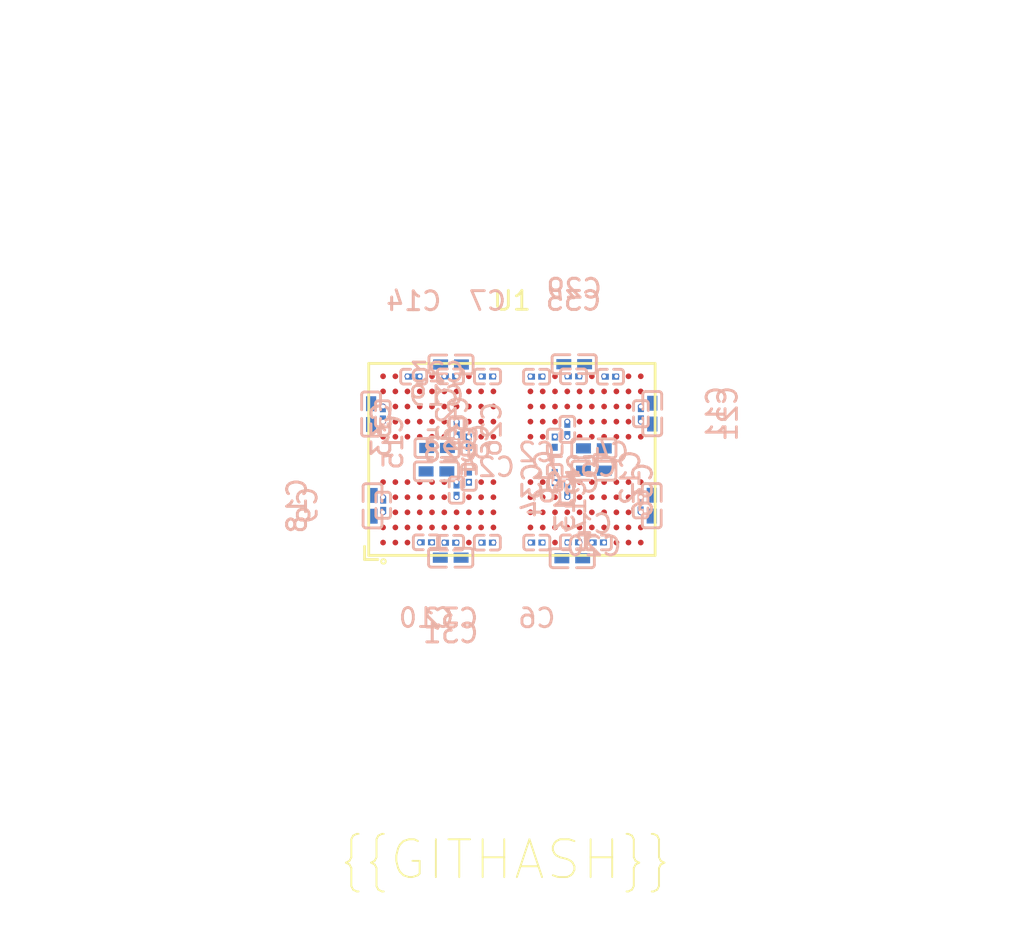
<source format=kicad_pcb>
(kicad_pcb (version 20240108) (generator "pcbnew") (generator_version "8.0")
  (layers (0 "F.Cu" signal) (31 "B.Cu" signal) (34 "B.Paste" user) (35 "F.Paste" user) (36 "B.SilkS" user "B.Silkscreen") (37 "F.SilkS" user "F.Silkscreen") (38 "B.Mask" user) (39 "F.Mask" user) (44 "Edge.Cuts" user))
  (net 0 "")
  (net 1 "*3278.RAM-net-0")
  (net 2 "signal-16")
  (net 3 "*3278-net")
  (net 4 "dqs0_tb")
  (net 5 "signal-43")
  (net 6 "signal-37")
  (net 7 "signal-23")
  (net 8 "signal-18")
  (net 9 "signal-5")
  (net 10 "*3278.RAM-net-1")
  (net 11 "signal-38")
  (net 12 "signal-1")
  (net 13 "signal-54")
  (net 14 "signal-42")
  (net 15 "signal-26")
  (net 16 "signal-53")
  (net 17 "signal-4")
  (net 18 "dqs0_ca")
  (net 19 "dqs1_ca")
  (net 20 "signal-20")
  (net 21 "signal-48")
  (net 22 "signal-41")
  (net 23 "ck_ca")
  (net 24 "signal-9")
  (net 25 "signal-17")
  (net 26 "signal-44")
  (net 27 "dqs1_ta")
  (net 28 "signal-29")
  (net 29 "ck_cb")
  (net 30 "signal-14")
  (net 31 "signal-47")
  (net 32 "lv")
  (net 33 "signal-10")
  (net 34 "signal-34")
  (net 35 "ck_tb")
  (net 36 "signal-49")
  (net 37 "signal-30")
  (net 38 "signal-11")
  (net 39 "signal-35")
  (net 40 "signal-7")
  (net 41 "signal-45")
  (net 42 "signal-28")
  (net 43 "signal-15")
  (net 44 "signal-3")
  (net 45 "signal-22")
  (net 46 "signal-36")
  (net 47 "signal-21")
  (net 48 "hv")
  (net 49 "signal-39")
  (net 50 "ck_ta")
  (net 51 "signal-12")
  (net 52 "signal-52")
  (net 53 "zq0")
  (net 54 "signal-6")
  (net 55 "signal-19")
  (net 56 "signal-31")
  (net 57 "signal-13")
  (net 58 "signal-8")
  (net 59 "reset")
  (net 60 "signal-33")
  (net 61 "signal-24")
  (net 62 "signal-25")
  (net 63 "signal-51")
  (net 64 "signal-32")
  (net 65 "signal-46")
  (net 66 "dqs0_cb")
  (net 67 "signal-27")
  (net 68 "signal-40")
  (net 69 "signal-0")
  (net 70 "signal-2")
  (net 71 "signal-50")
  (footprint "lcsc:FBGA-200_L15.0-W10.0-BL_H9HCNNNBKUMLXR" (layer "F.Cu") (at 149.475 93.755 0)
    (property "Reference" "U1" (at 0 -8.4 0) (layer "F.SilkS") (hide no))
    (property "Value" "_SK_HYNIX_H9HCNNNBKUMLXR_NEE")
    (pad "A1" smd circle (at -6.82 4.4 0) (size 0.3 0.3) (layers "F.Cu" "F.Paste" "F.Mask") (net 1 "*3278.RAM-net-0"))
    (pad "A2" smd circle (at -6.82 3.6 0) (size 0.3 0.3) (layers "F.Cu" "F.Paste" "F.Mask") (net 1 "*3278.RAM-net-0"))
    (pad "A3" smd circle (at -6.82 2.8 0) (size 0.3 0.3) (layers "F.Cu" "F.Paste" "F.Mask") (net 32 "lv"))
    (pad "A4" smd circle (at -6.82 2 0) (size 0.3 0.3) (layers "F.Cu" "F.Paste" "F.Mask") (net 48 "hv"))
    (pad "A5" smd circle (at -6.82 1.2 0) (size 0.3 0.3) (layers "F.Cu" "F.Paste" "F.Mask") (net 53 "zq0"))
    (pad "A8" smd circle (at -6.82 -1.2 0) (size 0.3 0.3) (layers "F.Cu" "F.Paste" "F.Mask") (net 10 "*3278.RAM-net-1"))
    (pad "A9" smd circle (at -6.82 -2 0) (size 0.3 0.3) (layers "F.Cu" "F.Paste" "F.Mask") (net 48 "hv"))
    (pad "A10" smd circle (at -6.82 -2.8 0) (size 0.3 0.3) (layers "F.Cu" "F.Paste" "F.Mask") (net 32 "lv"))
    (pad "A11" smd circle (at -6.82 -3.6 0) (size 0.3 0.3) (layers "F.Cu" "F.Paste" "F.Mask") (net 1 "*3278.RAM-net-0"))
    (pad "A12" smd circle (at -6.82 -4.4 0) (size 0.3 0.3) (layers "F.Cu" "F.Paste" "F.Mask") (net 1 "*3278.RAM-net-0"))
    (pad "AA1" smd circle (at 6.17 4.4 0) (size 0.3 0.3) (layers "F.Cu" "F.Paste" "F.Mask") (net 1 "*3278.RAM-net-0"))
    (pad "AA2" smd circle (at 6.17 3.6 0) (size 0.3 0.3) (layers "F.Cu" "F.Paste" "F.Mask") (net 51 "signal-12"))
    (pad "AA3" smd circle (at 6.17 2.8 0) (size 0.3 0.3) (layers "F.Cu" "F.Paste" "F.Mask") (net 48 "hv"))
    (pad "AA4" smd circle (at 6.17 2 0) (size 0.3 0.3) (layers "F.Cu" "F.Paste" "F.Mask") (net 55 "signal-19"))
    (pad "AA5" smd circle (at 6.17 1.2 0) (size 0.3 0.3) (layers "F.Cu" "F.Paste" "F.Mask") (net 48 "hv"))
    (pad "AA8" smd circle (at 6.17 -1.2 0) (size 0.3 0.3) (layers "F.Cu" "F.Paste" "F.Mask") (net 48 "hv"))
    (pad "AA9" smd circle (at 6.17 -2 0) (size 0.3 0.3) (layers "F.Cu" "F.Paste" "F.Mask") (net 69 "signal-0"))
    (pad "AA10" smd circle (at 6.17 -2.8 0) (size 0.3 0.3) (layers "F.Cu" "F.Paste" "F.Mask") (net 48 "hv"))
    (pad "AA11" smd circle (at 6.17 -3.6 0) (size 0.3 0.3) (layers "F.Cu" "F.Paste" "F.Mask") (net 20 "signal-20"))
    (pad "AA12" smd circle (at 6.17 -4.4 0) (size 0.3 0.3) (layers "F.Cu" "F.Paste" "F.Mask") (net 1 "*3278.RAM-net-0"))
    (pad "AB1" smd circle (at 6.82 4.4 0) (size 0.3 0.3) (layers "F.Cu" "F.Paste" "F.Mask") (net 1 "*3278.RAM-net-0"))
    (pad "AB2" smd circle (at 6.82 3.6 0) (size 0.3 0.3) (layers "F.Cu" "F.Paste" "F.Mask") (net 1 "*3278.RAM-net-0"))
    (pad "AB3" smd circle (at 6.82 2.8 0) (size 0.3 0.3) (layers "F.Cu" "F.Paste" "F.Mask") (net 32 "lv"))
    (pad "AB4" smd circle (at 6.82 2 0) (size 0.3 0.3) (layers "F.Cu" "F.Paste" "F.Mask") (net 48 "hv"))
    (pad "AB5" smd circle (at 6.82 1.2 0) (size 0.3 0.3) (layers "F.Cu" "F.Paste" "F.Mask") (net 32 "lv"))
    (pad "AB8" smd circle (at 6.82 -1.2 0) (size 0.3 0.3) (layers "F.Cu" "F.Paste" "F.Mask") (net 32 "lv"))
    (pad "AB9" smd circle (at 6.82 -2 0) (size 0.3 0.3) (layers "F.Cu" "F.Paste" "F.Mask") (net 48 "hv"))
    (pad "AB10" smd circle (at 6.82 -2.8 0) (size 0.3 0.3) (layers "F.Cu" "F.Paste" "F.Mask") (net 32 "lv"))
    (pad "AB11" smd circle (at 6.82 -3.6 0) (size 0.3 0.3) (layers "F.Cu" "F.Paste" "F.Mask") (net 1 "*3278.RAM-net-0"))
    (pad "AB12" smd circle (at 6.82 -4.4 0) (size 0.3 0.3) (layers "F.Cu" "F.Paste" "F.Mask") (net 1 "*3278.RAM-net-0"))
    (pad "B1" smd circle (at -6.17 4.4 0) (size 0.3 0.3) (layers "F.Cu" "F.Paste" "F.Mask") (net 1 "*3278.RAM-net-0"))
    (pad "B2" smd circle (at -6.17 3.6 0) (size 0.3 0.3) (layers "F.Cu" "F.Paste" "F.Mask") (net 25 "signal-17"))
    (pad "B3" smd circle (at -6.17 2.8 0) (size 0.3 0.3) (layers "F.Cu" "F.Paste" "F.Mask") (net 48 "hv"))
    (pad "B4" smd circle (at -6.17 2 0) (size 0.3 0.3) (layers "F.Cu" "F.Paste" "F.Mask") (net 60 "signal-33"))
    (pad "B5" smd circle (at -6.17 1.2 0) (size 0.3 0.3) (layers "F.Cu" "F.Paste" "F.Mask") (net 48 "hv"))
    (pad "B8" smd circle (at -6.17 -1.2 0) (size 0.3 0.3) (layers "F.Cu" "F.Paste" "F.Mask") (net 48 "hv"))
    (pad "B9" smd circle (at -6.17 -2 0) (size 0.3 0.3) (layers "F.Cu" "F.Paste" "F.Mask") (net 36 "signal-49"))
    (pad "B10" smd circle (at -6.17 -2.8 0) (size 0.3 0.3) (layers "F.Cu" "F.Paste" "F.Mask") (net 48 "hv"))
    (pad "B11" smd circle (at -6.17 -3.6 0) (size 0.3 0.3) (layers "F.Cu" "F.Paste" "F.Mask") (net 13 "signal-54"))
    (pad "B12" smd circle (at -6.17 -4.4 0) (size 0.3 0.3) (layers "F.Cu" "F.Paste" "F.Mask") (net 1 "*3278.RAM-net-0"))
    (pad "C1" smd circle (at -5.53 4.4 0) (size 0.3 0.3) (layers "F.Cu" "F.Paste" "F.Mask") (net 32 "lv"))
    (pad "C2" smd circle (at -5.53 3.6 0) (size 0.3 0.3) (layers "F.Cu" "F.Paste" "F.Mask") (net 34 "signal-34"))
    (pad "C3" smd circle (at -5.53 2.8 0) (size 0.3 0.3) (layers "F.Cu" "F.Paste" "F.Mask") (net 49 "signal-39"))
    (pad "C4" smd circle (at -5.53 2 0) (size 0.3 0.3) (layers "F.Cu" "F.Paste" "F.Mask") (net 26 "signal-44"))
    (pad "C5" smd circle (at -5.53 1.2 0) (size 0.3 0.3) (layers "F.Cu" "F.Paste" "F.Mask") (net 32 "lv"))
    (pad "C8" smd circle (at -5.53 -1.2 0) (size 0.3 0.3) (layers "F.Cu" "F.Paste" "F.Mask") (net 32 "lv"))
    (pad "C9" smd circle (at -5.53 -2 0) (size 0.3 0.3) (layers "F.Cu" "F.Paste" "F.Mask") (net 24 "signal-9"))
    (pad "C10" smd circle (at -5.53 -2.8 0) (size 0.3 0.3) (layers "F.Cu" "F.Paste" "F.Mask") (net 58 "signal-8"))
    (pad "C11" smd circle (at -5.53 -3.6 0) (size 0.3 0.3) (layers "F.Cu" "F.Paste" "F.Mask") (net 8 "signal-18"))
    (pad "C12" smd circle (at -5.53 -4.4 0) (size 0.3 0.3) (layers "F.Cu" "F.Paste" "F.Mask") (net 32 "lv"))
    (pad "D1" smd circle (at -4.88 4.4 0) (size 0.3 0.3) (layers "F.Cu" "F.Paste" "F.Mask") (net 48 "hv"))
    (pad "D2" smd circle (at -4.88 3.6 0) (size 0.3 0.3) (layers "F.Cu" "F.Paste" "F.Mask") (net 32 "lv"))
    (pad "D3" smd circle (at -4.88 2.8 0) (size 0.3 0.3) (layers "F.Cu" "F.Paste" "F.Mask") (net 71 "signal-50"))
    (pad "D4" smd circle (at -4.88 2 0) (size 0.3 0.3) (layers "F.Cu" "F.Paste" "F.Mask") (net 32 "lv"))
    (pad "D5" smd circle (at -4.88 1.2 0) (size 0.3 0.3) (layers "F.Cu" "F.Paste" "F.Mask") (net 48 "hv"))
    (pad "D8" smd circle (at -4.88 -1.2 0) (size 0.3 0.3) (layers "F.Cu" "F.Paste" "F.Mask") (net 48 "hv"))
    (pad "D9" smd circle (at -4.88 -2 0) (size 0.3 0.3) (layers "F.Cu" "F.Paste" "F.Mask") (net 32 "lv"))
    (pad "D10" smd circle (at -4.88 -2.8 0) (size 0.3 0.3) (layers "F.Cu" "F.Paste" "F.Mask") (net 27 "dqs1_ta"))
    (pad "D11" smd circle (at -4.88 -3.6 0) (size 0.3 0.3) (layers "F.Cu" "F.Paste" "F.Mask") (net 32 "lv"))
    (pad "D12" smd circle (at -4.88 -4.4 0) (size 0.3 0.3) (layers "F.Cu" "F.Paste" "F.Mask") (net 48 "hv"))
    (pad "E1" smd circle (at -4.23 4.4 0) (size 0.3 0.3) (layers "F.Cu" "F.Paste" "F.Mask") (net 32 "lv"))
    (pad "E2" smd circle (at -4.23 3.6 0) (size 0.3 0.3) (layers "F.Cu" "F.Paste" "F.Mask") (net 43 "signal-15"))
    (pad "E3" smd circle (at -4.23 2.8 0) (size 0.3 0.3) (layers "F.Cu" "F.Paste" "F.Mask") (net 18 "dqs0_ca"))
    (pad "E4" smd circle (at -4.23 2 0) (size 0.3 0.3) (layers "F.Cu" "F.Paste" "F.Mask") (net 28 "signal-29"))
    (pad "E5" smd circle (at -4.23 1.2 0) (size 0.3 0.3) (layers "F.Cu" "F.Paste" "F.Mask") (net 32 "lv"))
    (pad "E8" smd circle (at -4.23 -1.2 0) (size 0.3 0.3) (layers "F.Cu" "F.Paste" "F.Mask") (net 32 "lv"))
    (pad "E9" smd circle (at -4.23 -2 0) (size 0.3 0.3) (layers "F.Cu" "F.Paste" "F.Mask") (net 31 "signal-47"))
    (pad "E10" smd circle (at -4.23 -2.8 0) (size 0.3 0.3) (layers "F.Cu" "F.Paste" "F.Mask") (net 19 "dqs1_ca"))
    (pad "E11" smd circle (at -4.23 -3.6 0) (size 0.3 0.3) (layers "F.Cu" "F.Paste" "F.Mask") (net 16 "signal-53"))
    (pad "E12" smd circle (at -4.23 -4.4 0) (size 0.3 0.3) (layers "F.Cu" "F.Paste" "F.Mask") (net 32 "lv"))
    (pad "F1" smd circle (at -3.58 4.4 0) (size 0.3 0.3) (layers "F.Cu" "F.Paste" "F.Mask") (net 3 "*3278-net"))
    (pad "F2" smd circle (at -3.58 3.6 0) (size 0.3 0.3) (layers "F.Cu" "F.Paste" "F.Mask") (net 37 "signal-30"))
    (pad "F3" smd circle (at -3.58 2.8 0) (size 0.3 0.3) (layers "F.Cu" "F.Paste" "F.Mask") (net 48 "hv"))
    (pad "F4" smd circle (at -3.58 2 0) (size 0.3 0.3) (layers "F.Cu" "F.Paste" "F.Mask") (net 5 "signal-43"))
    (pad "F5" smd circle (at -3.58 1.2 0) (size 0.3 0.3) (layers "F.Cu" "F.Paste" "F.Mask") (net 48 "hv"))
    (pad "F8" smd circle (at -3.58 -1.2 0) (size 0.3 0.3) (layers "F.Cu" "F.Paste" "F.Mask") (net 48 "hv"))
    (pad "F9" smd circle (at -3.58 -2 0) (size 0.3 0.3) (layers "F.Cu" "F.Paste" "F.Mask") (net 44 "signal-3"))
    (pad "F10" smd circle (at -3.58 -2.8 0) (size 0.3 0.3) (layers "F.Cu" "F.Paste" "F.Mask") (net 48 "hv"))
    (pad "F11" smd circle (at -3.58 -3.6 0) (size 0.3 0.3) (layers "F.Cu" "F.Paste" "F.Mask") (net 2 "signal-16"))
    (pad "F12" smd circle (at -3.58 -4.4 0) (size 0.3 0.3) (layers "F.Cu" "F.Paste" "F.Mask") (net 3 "*3278-net"))
    (pad "G1" smd circle (at -2.93 4.4 0) (size 0.3 0.3) (layers "F.Cu" "F.Paste" "F.Mask") (net 32 "lv"))
    (pad "G2" smd circle (at -2.93 3.6 0) (size 0.3 0.3) (layers "F.Cu" "F.Paste" "F.Mask") (net 48 "hv"))
    (pad "G3" smd circle (at -2.93 2.8 0) (size 0.3 0.3) (layers "F.Cu" "F.Paste" "F.Mask") (net 32 "lv"))
    (pad "G4" smd circle (at -2.93 2 0) (size 0.3 0.3) (layers "F.Cu" "F.Paste" "F.Mask") (net 3 "*3278-net"))
    (pad "G5" smd circle (at -2.93 1.2 0) (size 0.3 0.3) (layers "F.Cu" "F.Paste" "F.Mask") (net 32 "lv"))
    (pad "G8" smd circle (at -2.93 -1.2 0) (size 0.3 0.3) (layers "F.Cu" "F.Paste" "F.Mask") (net 32 "lv"))
    (pad "G9" smd circle (at -2.93 -2 0) (size 0.3 0.3) (layers "F.Cu" "F.Paste" "F.Mask") (net 3 "*3278-net"))
    (pad "G10" smd circle (at -2.93 -2.8 0) (size 0.3 0.3) (layers "F.Cu" "F.Paste" "F.Mask") (net 32 "lv"))
    (pad "G11" smd circle (at -2.93 -3.6 0) (size 0.3 0.3) (layers "F.Cu" "F.Paste" "F.Mask") (net 10 "*3278.RAM-net-1"))
    (pad "G12" smd circle (at -2.93 -4.4 0) (size 0.3 0.3) (layers "F.Cu" "F.Paste" "F.Mask") (net 32 "lv"))
    (pad "H1" smd circle (at -2.28 4.4 0) (size 0.3 0.3) (layers "F.Cu" "F.Paste" "F.Mask") (net 48 "hv"))
    (pad "H2" smd circle (at -2.28 3.6 0) (size 0.3 0.3) (layers "F.Cu" "F.Paste" "F.Mask") (net 61 "signal-24"))
    (pad "H3" smd circle (at -2.28 2.8 0) (size 0.3 0.3) (layers "F.Cu" "F.Paste" "F.Mask") (net 10 "*3278.RAM-net-1"))
    (pad "H4" smd circle (at -2.28 2 0) (size 0.3 0.3) (layers "F.Cu" "F.Paste" "F.Mask") (net 41 "signal-45"))
    (pad "H5" smd circle (at -2.28 1.2 0) (size 0.3 0.3) (layers "F.Cu" "F.Paste" "F.Mask") (net 48 "hv"))
    (pad "H8" smd circle (at -2.28 -1.2 0) (size 0.3 0.3) (layers "F.Cu" "F.Paste" "F.Mask") (net 48 "hv"))
    (pad "H9" smd circle (at -2.28 -2 0) (size 0.3 0.3) (layers "F.Cu" "F.Paste" "F.Mask") (net 9 "signal-5"))
    (pad "H10" smd circle (at -2.28 -2.8 0) (size 0.3 0.3) (layers "F.Cu" "F.Paste" "F.Mask") (net 17 "signal-4"))
    (pad "H11" smd circle (at -2.28 -3.6 0) (size 0.3 0.3) (layers "F.Cu" "F.Paste" "F.Mask") (net 33 "signal-10"))
    (pad "H12" smd circle (at -2.28 -4.4 0) (size 0.3 0.3) (layers "F.Cu" "F.Paste" "F.Mask") (net 48 "hv"))
    (pad "J1" smd circle (at -1.63 4.4 0) (size 0.3 0.3) (layers "F.Cu" "F.Paste" "F.Mask") (net 32 "lv"))
    (pad "J2" smd circle (at -1.63 3.6 0) (size 0.3 0.3) (layers "F.Cu" "F.Paste" "F.Mask") (net 22 "signal-41"))
    (pad "J3" smd circle (at -1.63 2.8 0) (size 0.3 0.3) (layers "F.Cu" "F.Paste" "F.Mask") (net 32 "lv"))
    (pad "J4" smd circle (at -1.63 2 0) (size 0.3 0.3) (layers "F.Cu" "F.Paste" "F.Mask") (net 63 "signal-51"))
    (pad "J5" smd circle (at -1.63 1.2 0) (size 0.3 0.3) (layers "F.Cu" "F.Paste" "F.Mask") (net 10 "*3278.RAM-net-1"))
    (pad "J8" smd circle (at -1.63 -1.2 0) (size 0.3 0.3) (layers "F.Cu" "F.Paste" "F.Mask") (net 50 "ck_ta"))
    (pad "J9" smd circle (at -1.63 -2 0) (size 0.3 0.3) (layers "F.Cu" "F.Paste" "F.Mask") (net 23 "ck_ca"))
    (pad "J10" smd circle (at -1.63 -2.8 0) (size 0.3 0.3) (layers "F.Cu" "F.Paste" "F.Mask") (net 32 "lv"))
    (pad "J11" smd circle (at -1.63 -3.6 0) (size 0.3 0.3) (layers "F.Cu" "F.Paste" "F.Mask") (net 62 "signal-25"))
    (pad "J12" smd circle (at -1.63 -4.4 0) (size 0.3 0.3) (layers "F.Cu" "F.Paste" "F.Mask") (net 32 "lv"))
    (pad "K1" smd circle (at -0.98 4.4 0) (size 0.3 0.3) (layers "F.Cu" "F.Paste" "F.Mask") (net 48 "hv"))
    (pad "K2" smd circle (at -0.98 3.6 0) (size 0.3 0.3) (layers "F.Cu" "F.Paste" "F.Mask") (net 32 "lv"))
    (pad "K3" smd circle (at -0.98 2.8 0) (size 0.3 0.3) (layers "F.Cu" "F.Paste" "F.Mask") (net 48 "hv"))
    (pad "K4" smd circle (at -0.98 2 0) (size 0.3 0.3) (layers "F.Cu" "F.Paste" "F.Mask") (net 32 "lv"))
    (pad "K5" smd circle (at -0.98 1.2 0) (size 0.3 0.3) (layers "F.Cu" "F.Paste" "F.Mask") (net 10 "*3278.RAM-net-1"))
    (pad "K8" smd circle (at -0.98 -1.2 0) (size 0.3 0.3) (layers "F.Cu" "F.Paste" "F.Mask") (net 10 "*3278.RAM-net-1"))
    (pad "K9" smd circle (at -0.98 -2 0) (size 0.3 0.3) (layers "F.Cu" "F.Paste" "F.Mask") (net 32 "lv"))
    (pad "K10" smd circle (at -0.98 -2.8 0) (size 0.3 0.3) (layers "F.Cu" "F.Paste" "F.Mask") (net 48 "hv"))
    (pad "K11" smd circle (at -0.98 -3.6 0) (size 0.3 0.3) (layers "F.Cu" "F.Paste" "F.Mask") (net 32 "lv"))
    (pad "K12" smd circle (at -0.98 -4.4 0) (size 0.3 0.3) (layers "F.Cu" "F.Paste" "F.Mask") (net 48 "hv"))
    (pad "N1" smd circle (at 0.98 4.4 0) (size 0.3 0.3) (layers "F.Cu" "F.Paste" "F.Mask") (net 48 "hv"))
    (pad "N2" smd circle (at 0.98 3.6 0) (size 0.3 0.3) (layers "F.Cu" "F.Paste" "F.Mask") (net 32 "lv"))
    (pad "N3" smd circle (at 0.98 2.8 0) (size 0.3 0.3) (layers "F.Cu" "F.Paste" "F.Mask") (net 48 "hv"))
    (pad "N4" smd circle (at 0.98 2 0) (size 0.3 0.3) (layers "F.Cu" "F.Paste" "F.Mask") (net 32 "lv"))
    (pad "N5" smd circle (at 0.98 1.2 0) (size 0.3 0.3) (layers "F.Cu" "F.Paste" "F.Mask") (net 10 "*3278.RAM-net-1"))
    (pad "N8" smd circle (at 0.98 -1.2 0) (size 0.3 0.3) (layers "F.Cu" "F.Paste" "F.Mask") (net 10 "*3278.RAM-net-1"))
    (pad "N9" smd circle (at 0.98 -2 0) (size 0.3 0.3) (layers "F.Cu" "F.Paste" "F.Mask") (net 32 "lv"))
    (pad "N10" smd circle (at 0.98 -2.8 0) (size 0.3 0.3) (layers "F.Cu" "F.Paste" "F.Mask") (net 48 "hv"))
    (pad "N11" smd circle (at 0.98 -3.6 0) (size 0.3 0.3) (layers "F.Cu" "F.Paste" "F.Mask") (net 32 "lv"))
    (pad "N12" smd circle (at 0.98 -4.4 0) (size 0.3 0.3) (layers "F.Cu" "F.Paste" "F.Mask") (net 48 "hv"))
    (pad "P1" smd circle (at 1.63 4.4 0) (size 0.3 0.3) (layers "F.Cu" "F.Paste" "F.Mask") (net 32 "lv"))
    (pad "P2" smd circle (at 1.63 3.6 0) (size 0.3 0.3) (layers "F.Cu" "F.Paste" "F.Mask") (net 7 "signal-23"))
    (pad "P3" smd circle (at 1.63 2.8 0) (size 0.3 0.3) (layers "F.Cu" "F.Paste" "F.Mask") (net 32 "lv"))
    (pad "P4" smd circle (at 1.63 2 0) (size 0.3 0.3) (layers "F.Cu" "F.Paste" "F.Mask") (net 68 "signal-40"))
    (pad "P5" smd circle (at 1.63 1.2 0) (size 0.3 0.3) (layers "F.Cu" "F.Paste" "F.Mask") (net 10 "*3278.RAM-net-1"))
    (pad "P8" smd circle (at 1.63 -1.2 0) (size 0.3 0.3) (layers "F.Cu" "F.Paste" "F.Mask") (net 35 "ck_tb"))
    (pad "P9" smd circle (at 1.63 -2 0) (size 0.3 0.3) (layers "F.Cu" "F.Paste" "F.Mask") (net 29 "ck_cb"))
    (pad "P10" smd circle (at 1.63 -2.8 0) (size 0.3 0.3) (layers "F.Cu" "F.Paste" "F.Mask") (net 32 "lv"))
    (pad "P11" smd circle (at 1.63 -3.6 0) (size 0.3 0.3) (layers "F.Cu" "F.Paste" "F.Mask") (net 38 "signal-11"))
    (pad "P12" smd circle (at 1.63 -4.4 0) (size 0.3 0.3) (layers "F.Cu" "F.Paste" "F.Mask") (net 32 "lv"))
    (pad "R1" smd circle (at 2.28 4.4 0) (size 0.3 0.3) (layers "F.Cu" "F.Paste" "F.Mask") (net 48 "hv"))
    (pad "R2" smd circle (at 2.28 3.6 0) (size 0.3 0.3) (layers "F.Cu" "F.Paste" "F.Mask") (net 21 "signal-48"))
    (pad "R3" smd circle (at 2.28 2.8 0) (size 0.3 0.3) (layers "F.Cu" "F.Paste" "F.Mask") (net 10 "*3278.RAM-net-1"))
    (pad "R4" smd circle (at 2.28 2 0) (size 0.3 0.3) (layers "F.Cu" "F.Paste" "F.Mask") (net 54 "signal-6"))
    (pad "R5" smd circle (at 2.28 1.2 0) (size 0.3 0.3) (layers "F.Cu" "F.Paste" "F.Mask") (net 48 "hv"))
    (pad "R8" smd circle (at 2.28 -1.2 0) (size 0.3 0.3) (layers "F.Cu" "F.Paste" "F.Mask") (net 48 "hv"))
    (pad "R9" smd circle (at 2.28 -2 0) (size 0.3 0.3) (layers "F.Cu" "F.Paste" "F.Mask") (net 64 "signal-32"))
    (pad "R10" smd circle (at 2.28 -2.8 0) (size 0.3 0.3) (layers "F.Cu" "F.Paste" "F.Mask") (net 56 "signal-31"))
    (pad "R11" smd circle (at 2.28 -3.6 0) (size 0.3 0.3) (layers "F.Cu" "F.Paste" "F.Mask") (net 6 "signal-37"))
    (pad "R12" smd circle (at 2.28 -4.4 0) (size 0.3 0.3) (layers "F.Cu" "F.Paste" "F.Mask") (net 48 "hv"))
    (pad "T1" smd circle (at 2.93 4.4 0) (size 0.3 0.3) (layers "F.Cu" "F.Paste" "F.Mask") (net 32 "lv"))
    (pad "T2" smd circle (at 2.93 3.6 0) (size 0.3 0.3) (layers "F.Cu" "F.Paste" "F.Mask") (net 48 "hv"))
    (pad "T3" smd circle (at 2.93 2.8 0) (size 0.3 0.3) (layers "F.Cu" "F.Paste" "F.Mask") (net 32 "lv"))
    (pad "T4" smd circle (at 2.93 2 0) (size 0.3 0.3) (layers "F.Cu" "F.Paste" "F.Mask") (net 3 "*3278-net"))
    (pad "T5" smd circle (at 2.93 1.2 0) (size 0.3 0.3) (layers "F.Cu" "F.Paste" "F.Mask") (net 32 "lv"))
    (pad "T8" smd circle (at 2.93 -1.2 0) (size 0.3 0.3) (layers "F.Cu" "F.Paste" "F.Mask") (net 32 "lv"))
    (pad "T9" smd circle (at 2.93 -2 0) (size 0.3 0.3) (layers "F.Cu" "F.Paste" "F.Mask") (net 3 "*3278-net"))
    (pad "T10" smd circle (at 2.93 -2.8 0) (size 0.3 0.3) (layers "F.Cu" "F.Paste" "F.Mask") (net 32 "lv"))
    (pad "T11" smd circle (at 2.93 -3.6 0) (size 0.3 0.3) (layers "F.Cu" "F.Paste" "F.Mask") (net 59 "reset"))
    (pad "T12" smd circle (at 2.93 -4.4 0) (size 0.3 0.3) (layers "F.Cu" "F.Paste" "F.Mask") (net 32 "lv"))
    (pad "U1" smd circle (at 3.58 4.4 0) (size 0.3 0.3) (layers "F.Cu" "F.Paste" "F.Mask") (net 3 "*3278-net"))
    (pad "U2" smd circle (at 3.58 3.6 0) (size 0.3 0.3) (layers "F.Cu" "F.Paste" "F.Mask") (net 45 "signal-22"))
    (pad "U3" smd circle (at 3.58 2.8 0) (size 0.3 0.3) (layers "F.Cu" "F.Paste" "F.Mask") (net 48 "hv"))
    (pad "U4" smd circle (at 3.58 2 0) (size 0.3 0.3) (layers "F.Cu" "F.Paste" "F.Mask") (net 11 "signal-38"))
    (pad "U5" smd circle (at 3.58 1.2 0) (size 0.3 0.3) (layers "F.Cu" "F.Paste" "F.Mask") (net 48 "hv"))
    (pad "U8" smd circle (at 3.58 -1.2 0) (size 0.3 0.3) (layers "F.Cu" "F.Paste" "F.Mask") (net 48 "hv"))
    (pad "U9" smd circle (at 3.58 -2 0) (size 0.3 0.3) (layers "F.Cu" "F.Paste" "F.Mask") (net 30 "signal-14"))
    (pad "U10" smd circle (at 3.58 -2.8 0) (size 0.3 0.3) (layers "F.Cu" "F.Paste" "F.Mask") (net 48 "hv"))
    (pad "U11" smd circle (at 3.58 -3.6 0) (size 0.3 0.3) (layers "F.Cu" "F.Paste" "F.Mask") (net 40 "signal-7"))
    (pad "U12" smd circle (at 3.58 -4.4 0) (size 0.3 0.3) (layers "F.Cu" "F.Paste" "F.Mask") (net 3 "*3278-net"))
    (pad "V1" smd circle (at 4.23 4.4 0) (size 0.3 0.3) (layers "F.Cu" "F.Paste" "F.Mask") (net 32 "lv"))
    (pad "V2" smd circle (at 4.23 3.6 0) (size 0.3 0.3) (layers "F.Cu" "F.Paste" "F.Mask") (net 65 "signal-46"))
    (pad "V3" smd circle (at 4.23 2.8 0) (size 0.3 0.3) (layers "F.Cu" "F.Paste" "F.Mask") (net 66 "dqs0_cb"))
    (pad "V4" smd circle (at 4.23 2 0) (size 0.3 0.3) (layers "F.Cu" "F.Paste" "F.Mask") (net 12 "signal-1"))
    (pad "V5" smd circle (at 4.23 1.2 0) (size 0.3 0.3) (layers "F.Cu" "F.Paste" "F.Mask") (net 32 "lv"))
    (pad "V8" smd circle (at 4.23 -1.2 0) (size 0.3 0.3) (layers "F.Cu" "F.Paste" "F.Mask") (net 32 "lv"))
    (pad "V9" smd circle (at 4.23 -2 0) (size 0.3 0.3) (layers "F.Cu" "F.Paste" "F.Mask") (net 67 "signal-27"))
    (pad "V10" smd circle (at 4.23 -2.8 0) (size 0.3 0.3) (layers "F.Cu" "F.Paste" "F.Mask") (net 15 "signal-26"))
    (pad "V11" smd circle (at 4.23 -3.6 0) (size 0.3 0.3) (layers "F.Cu" "F.Paste" "F.Mask") (net 39 "signal-35"))
    (pad "V12" smd circle (at 4.23 -4.4 0) (size 0.3 0.3) (layers "F.Cu" "F.Paste" "F.Mask") (net 32 "lv"))
    (pad "W1" smd circle (at 4.88 4.4 0) (size 0.3 0.3) (layers "F.Cu" "F.Paste" "F.Mask") (net 48 "hv"))
    (pad "W2" smd circle (at 4.88 3.6 0) (size 0.3 0.3) (layers "F.Cu" "F.Paste" "F.Mask") (net 32 "lv"))
    (pad "W3" smd circle (at 4.88 2.8 0) (size 0.3 0.3) (layers "F.Cu" "F.Paste" "F.Mask") (net 4 "dqs0_tb"))
    (pad "W4" smd circle (at 4.88 2 0) (size 0.3 0.3) (layers "F.Cu" "F.Paste" "F.Mask") (net 32 "lv"))
    (pad "W5" smd circle (at 4.88 1.2 0) (size 0.3 0.3) (layers "F.Cu" "F.Paste" "F.Mask") (net 48 "hv"))
    (pad "W8" smd circle (at 4.88 -1.2 0) (size 0.3 0.3) (layers "F.Cu" "F.Paste" "F.Mask") (net 48 "hv"))
    (pad "W9" smd circle (at 4.88 -2 0) (size 0.3 0.3) (layers "F.Cu" "F.Paste" "F.Mask") (net 32 "lv"))
    (pad "W10" smd circle (at 4.88 -2.8 0) (size 0.3 0.3) (layers "F.Cu" "F.Paste" "F.Mask") (net 14 "signal-42"))
    (pad "W11" smd circle (at 4.88 -3.6 0) (size 0.3 0.3) (layers "F.Cu" "F.Paste" "F.Mask") (net 32 "lv"))
    (pad "W12" smd circle (at 4.88 -4.4 0) (size 0.3 0.3) (layers "F.Cu" "F.Paste" "F.Mask") (net 48 "hv"))
    (pad "Y1" smd circle (at 5.53 4.4 0) (size 0.3 0.3) (layers "F.Cu" "F.Paste" "F.Mask") (net 32 "lv"))
    (pad "Y2" smd circle (at 5.53 3.6 0) (size 0.3 0.3) (layers "F.Cu" "F.Paste" "F.Mask") (net 47 "signal-21"))
    (pad "Y3" smd circle (at 5.53 2.8 0) (size 0.3 0.3) (layers "F.Cu" "F.Paste" "F.Mask") (net 42 "signal-28"))
    (pad "Y4" smd circle (at 5.53 2 0) (size 0.3 0.3) (layers "F.Cu" "F.Paste" "F.Mask") (net 46 "signal-36"))
    (pad "Y5" smd circle (at 5.53 1.2 0) (size 0.3 0.3) (layers "F.Cu" "F.Paste" "F.Mask") (net 32 "lv"))
    (pad "Y8" smd circle (at 5.53 -1.2 0) (size 0.3 0.3) (layers "F.Cu" "F.Paste" "F.Mask") (net 32 "lv"))
    (pad "Y9" smd circle (at 5.53 -2 0) (size 0.3 0.3) (layers "F.Cu" "F.Paste" "F.Mask") (net 57 "signal-13"))
    (pad "Y10" smd circle (at 5.53 -2.8 0) (size 0.3 0.3) (layers "F.Cu" "F.Paste" "F.Mask") (net 52 "signal-52"))
    (pad "Y11" smd circle (at 5.53 -3.6 0) (size 0.3 0.3) (layers "F.Cu" "F.Paste" "F.Mask") (net 70 "signal-2"))
    (pad "Y12" smd circle (at 5.53 -4.4 0) (size 0.3 0.3) (layers "F.Cu" "F.Paste" "F.Mask") (net 32 "lv"))
  )
  (footprint "lcsc:C0402" (layer "B.Cu") (at 152.771028 88.712489 180)
    (property "Reference" "C29" (at 0 4 360) (layer "B.SilkS") (hide no) (effects (justify mirror)))
    (property "Value" "10µF ±20% 6.3V X5R")
    (fp_text user "${REFERENCE}" (at 0 4 360) (layer "B.SilkS") (effects (justify mirror)))
    (pad "1" smd rect (at -0.55 0 180) (size 0.79 0.54) (layers "B.Cu" "B.Paste" "B.Mask") (net 3 "*3278-net"))
    (pad "2" smd rect (at 0.55 0 180) (size 0.79 0.54) (layers "B.Cu" "B.Paste" "B.Mask") (net 32 "lv"))
  )
  (footprint "lcsc:C0201" (layer "B.Cu") (at 146.225294 98.165124 0)
    (property "Reference" "C32" (at 0 4 0) (layer "B.SilkS") (hide no) (effects (justify mirror)))
    (property "Value" "220nF ±20% 6.3V X5R")
    (fp_text user "${REFERENCE}" (at 0 4 0) (layer "B.SilkS") (effects (justify mirror)))
    (pad "1" smd rect (at -0.27 0 0) (size 0.37 0.32) (layers "B.Cu" "B.Paste" "B.Mask") (net 3 "*3278-net"))
    (pad "2" smd rect (at 0.27 0 0) (size 0.37 0.32) (layers "B.Cu" "B.Paste" "B.Mask") (net 32 "lv"))
  )
  (footprint "lcsc:C0201" (layer "B.Cu") (at 146.543195 95.380374 90)
    (property "Reference" "C34" (at 0 4 90) (layer "B.SilkS") (hide no) (effects (justify mirror)))
    (property "Value" "220nF ±20% 6.3V X5R")
    (fp_text user "${REFERENCE}" (at 0 4 90) (layer "B.SilkS") (effects (justify mirror)))
    (pad "1" smd rect (at -0.27 0 90) (size 0.37 0.32) (layers "B.Cu" "B.Paste" "B.Mask") (net 3 "*3278-net"))
    (pad "2" smd rect (at 0.27 0 90) (size 0.37 0.32) (layers "B.Cu" "B.Paste" "B.Mask") (net 32 "lv"))
  )
  (footprint "lcsc:C0402" (layer "B.Cu") (at 156.902223 91.331107 90)
    (property "Reference" "C21" (at 0 4 90) (layer "B.SilkS") (hide no) (effects (justify mirror)))
    (property "Value" "10µF ±20% 6.3V X5R")
    (pad "1" smd rect (at -0.55 0 90) (size 0.79 0.54) (layers "B.Cu" "B.Paste" "B.Mask") (net 48 "hv"))
    (pad "2" smd rect (at 0.55 0 90) (size 0.79 0.54) (layers "B.Cu" "B.Paste" "B.Mask") (net 32 "lv"))
  )
  (footprint "lcsc:C0402" (layer "B.Cu") (at 146.233146 98.956563 0)
    (property "Reference" "C31" (at 0 4 360) (layer "B.SilkS") (hide no) (effects (justify mirror)))
    (property "Value" "10µF ±20% 6.3V X5R")
    (fp_text user "${REFERENCE}" (at 0 4 360) (layer "B.SilkS") (effects (justify mirror)))
    (pad "1" smd rect (at -0.55 0 0) (size 0.79 0.54) (layers "B.Cu" "B.Paste" "B.Mask") (net 3 "*3278-net"))
    (pad "2" smd rect (at 0.55 0 0) (size 0.79 0.54) (layers "B.Cu" "B.Paste" "B.Mask") (net 32 "lv"))
  )
  (footprint "lcsc:C0201" (layer "B.Cu") (at 154.690744 89.375982 0)
    (property "Reference" "C4" (at 0 4 360) (layer "B.SilkS") (hide no) (effects (justify mirror)))
    (property "Value" "220nF ±20% 6.3V X5R")
    (pad "1" smd rect (at -0.27 0 0) (size 0.37 0.32) (layers "B.Cu" "B.Paste" "B.Mask") (net 48 "hv"))
    (pad "2" smd rect (at 0.27 0 0) (size 0.37 0.32) (layers "B.Cu" "B.Paste" "B.Mask") (net 32 "lv"))
  )
  (footprint "lcsc:C0402" (layer "B.Cu") (at 142.020544 91.355393 90)
    (property "Reference" "C22" (at 0 4 90) (layer "B.SilkS") (hide no) (effects (justify mirror)))
    (property "Value" "10µF ±20% 6.3V X5R")
    (pad "1" smd rect (at -0.55 0 90) (size 0.79 0.54) (layers "B.Cu" "B.Paste" "B.Mask") (net 48 "hv"))
    (pad "2" smd rect (at 0.55 0 90) (size 0.79 0.54) (layers "B.Cu" "B.Paste" "B.Mask") (net 32 "lv"))
  )
  (footprint "lcsc:C0201" (layer "B.Cu") (at 142.644033 91.34205 90)
    (property "Reference" "C8" (at 0 4 90) (layer "B.SilkS") (hide no) (effects (justify mirror)))
    (property "Value" "220nF ±20% 6.3V X5R")
    (pad "1" smd rect (at -0.27 0 90) (size 0.37 0.32) (layers "B.Cu" "B.Paste" "B.Mask") (net 48 "hv"))
    (pad "2" smd rect (at 0.27 0 90) (size 0.37 0.32) (layers "B.Cu" "B.Paste" "B.Mask") (net 32 "lv"))
  )
  (footprint "lcsc:C0402" (layer "B.Cu") (at 145.511728 93.148267 180)
    (property "Reference" "C23" (at 0 4 0) (layer "B.SilkS") (hide no) (effects (justify mirror)))
    (property "Value" "10µF ±20% 6.3V X5R")
    (pad "1" smd rect (at -0.55 0 180) (size 0.79 0.54) (layers "B.Cu" "B.Paste" "B.Mask") (net 48 "hv"))
    (pad "2" smd rect (at 0.55 0 180) (size 0.79 0.54) (layers "B.Cu" "B.Paste" "B.Mask") (net 32 "lv"))
  )
  (footprint "lcsc:C0201" (layer "B.Cu") (at 151.740806 94.714537 90)
    (property "Reference" "C12" (at 0 4 90) (layer "B.SilkS") (hide no) (effects (justify mirror)))
    (property "Value" "220nF ±20% 6.3V X5R")
    (fp_text user "${REFERENCE}" (at 0 4 90) (layer "B.SilkS") (effects (justify mirror)))
    (pad "1" smd rect (at -0.27 0 270) (size 0.37 0.32) (layers "B.Cu" "B.Paste" "B.Mask") (net 48 "hv"))
    (pad "2" smd rect (at 0.27 0 270) (size 0.37 0.32) (layers "B.Cu" "B.Paste" "B.Mask") (net 32 "lv"))
  )
  (footprint "lcsc:C0201" (layer "B.Cu") (at 147.199797 94.696585 90)
    (property "Reference" "C16" (at 0 4 90) (layer "B.SilkS") (hide no) (effects (justify mirror)))
    (property "Value" "220nF ±20% 6.3V X5R")
    (fp_text user "${REFERENCE}" (at 0 4 90) (layer "B.SilkS") (effects (justify mirror)))
    (pad "1" smd rect (at -0.27 0 270) (size 0.37 0.32) (layers "B.Cu" "B.Paste" "B.Mask") (net 48 "hv"))
    (pad "2" smd rect (at 0.27 0 270) (size 0.37 0.32) (layers "B.Cu" "B.Paste" "B.Mask") (net 32 "lv"))
  )
  (footprint "lcsc:C0402" (layer "B.Cu") (at 142.096501 96.210714 -90)
    (property "Reference" "C18" (at 0 4 90) (layer "B.SilkS") (hide no) (effects (justify mirror)))
    (property "Value" "10µF ±20% 6.3V X5R")
    (fp_text user "${REFERENCE}" (at 0 4 90) (layer "B.SilkS") (effects (justify mirror)))
    (pad "1" smd rect (at -0.55 0 90) (size 0.79 0.54) (layers "B.Cu" "B.Paste" "B.Mask") (net 48 "hv"))
    (pad "2" smd rect (at 0.55 0 90) (size 0.79 0.54) (layers "B.Cu" "B.Paste" "B.Mask") (net 32 "lv"))
  )
  (footprint "lcsc:C0201" (layer "B.Cu") (at 146.221798 89.358887 0)
    (property "Reference" "C28" (at 0 4 0) (layer "B.SilkS") (hide no) (effects (justify mirror)))
    (property "Value" "220nF ±20% 6.3V X5R")
    (fp_text user "${REFERENCE}" (at 0 4 0) (layer "B.SilkS") (effects (justify mirror)))
    (pad "1" smd rect (at -0.27 0 0) (size 0.37 0.32) (layers "B.Cu" "B.Paste" "B.Mask") (net 3 "*3278-net"))
    (pad "2" smd rect (at 0.27 0 0) (size 0.37 0.32) (layers "B.Cu" "B.Paste" "B.Mask") (net 32 "lv"))
  )
  (footprint "lcsc:C0201" (layer "B.Cu") (at 151.740437 92.841811 -90)
    (property "Reference" "C3" (at 0 4 90) (layer "B.SilkS") (hide no) (effects (justify mirror)))
    (property "Value" "220nF ±20% 6.3V X5R")
    (pad "1" smd rect (at -0.27 0 270) (size 0.37 0.32) (layers "B.Cu" "B.Paste" "B.Mask") (net 48 "hv"))
    (pad "2" smd rect (at 0.27 0 270) (size 0.37 0.32) (layers "B.Cu" "B.Paste" "B.Mask") (net 32 "lv"))
  )
  (footprint "lcsc:C0201" (layer "B.Cu") (at 142.660867 96.180893 -90)
    (property "Reference" "C9" (at 0 4 90) (layer "B.SilkS") (hide no) (effects (justify mirror)))
    (property "Value" "220nF ±20% 6.3V X5R")
    (pad "1" smd rect (at -0.27 0 270) (size 0.37 0.32) (layers "B.Cu" "B.Paste" "B.Mask") (net 48 "hv"))
    (pad "2" smd rect (at 0.27 0 270) (size 0.37 0.32) (layers "B.Cu" "B.Paste" "B.Mask") (net 32 "lv"))
  )
  (footprint "lcsc:C0402" (layer "B.Cu") (at 153.812337 93.169221 0)
    (property "Reference" "C1" (at 0 4 360) (layer "B.SilkS") (hide no) (effects (justify mirror)))
    (property "Value" "10µF ±20% 6.3V X5R")
    (pad "1" smd rect (at -0.55 0 0) (size 0.79 0.54) (layers "B.Cu" "B.Paste" "B.Mask") (net 48 "hv"))
    (pad "2" smd rect (at 0.55 0 0) (size 0.79 0.54) (layers "B.Cu" "B.Paste" "B.Mask") (net 32 "lv"))
  )
  (footprint "lcsc:C0201" (layer "B.Cu") (at 147.190022 92.839783 -90)
    (property "Reference" "C15" (at 0 4 90) (layer "B.SilkS") (hide no) (effects (justify mirror)))
    (property "Value" "220nF ±20% 6.3V X5R")
    (fp_text user "${REFERENCE}" (at 0 4 90) (layer "B.SilkS") (effects (justify mirror)))
    (pad "1" smd rect (at -0.27 0 90) (size 0.37 0.32) (layers "B.Cu" "B.Paste" "B.Mask") (net 48 "hv"))
    (pad "2" smd rect (at 0.27 0 90) (size 0.37 0.32) (layers "B.Cu" "B.Paste" "B.Mask") (net 32 "lv"))
  )
  (footprint "lcsc:C0201" (layer "B.Cu") (at 148.179755 89.366323 180)
    (property "Reference" "C7" (at 0 4 0) (layer "B.SilkS") (hide no) (effects (justify mirror)))
    (property "Value" "220nF ±20% 6.3V X5R")
    (pad "1" smd rect (at -0.27 0 180) (size 0.37 0.32) (layers "B.Cu" "B.Paste" "B.Mask") (net 48 "hv"))
    (pad "2" smd rect (at 0.27 0 180) (size 0.37 0.32) (layers "B.Cu" "B.Paste" "B.Mask") (net 32 "lv"))
  )
  (footprint "lcsc:C0201" (layer "B.Cu") (at 144.276541 89.373844 180)
    (property "Reference" "C14" (at 0 4 360) (layer "B.SilkS") (hide no) (effects (justify mirror)))
    (property "Value" "220nF ±20% 6.3V X5R")
    (fp_text user "${REFERENCE}" (at 0 4 360) (layer "B.SilkS") (effects (justify mirror)))
    (pad "1" smd rect (at -0.27 0 0) (size 0.37 0.32) (layers "B.Cu" "B.Paste" "B.Mask") (net 48 "hv"))
    (pad "2" smd rect (at 0.27 0 0) (size 0.37 0.32) (layers "B.Cu" "B.Paste" "B.Mask") (net 32 "lv"))
  )
  (footprint "lcsc:C0201" (layer "B.Cu") (at 152.73163 98.144756 180)
    (property "Reference" "C27" (at 0 4 0) (layer "B.SilkS") (hide no) (effects (justify mirror)))
    (property "Value" "220nF ±20% 6.3V X5R")
    (fp_text user "${REFERENCE}" (at 0 4 0) (layer "B.SilkS") (effects (justify mirror)))
    (pad "1" smd rect (at -0.27 0 180) (size 0.37 0.32) (layers "B.Cu" "B.Paste" "B.Mask") (net 3 "*3278-net"))
    (pad "2" smd rect (at 0.27 0 180) (size 0.37 0.32) (layers "B.Cu" "B.Paste" "B.Mask") (net 32 "lv"))
  )
  (footprint "lcsc:C0201" (layer "B.Cu") (at 150.780674 89.375713 0)
    (property "Reference" "C2" (at 0 4 360) (layer "B.SilkS") (hide no) (effects (justify mirror)))
    (property "Value" "220nF ±20% 6.3V X5R")
    (pad "1" smd rect (at -0.27 0 0) (size 0.37 0.32) (layers "B.Cu" "B.Paste" "B.Mask") (net 48 "hv"))
    (pad "2" smd rect (at 0.27 0 0) (size 0.37 0.32) (layers "B.Cu" "B.Paste" "B.Mask") (net 32 "lv"))
  )
  (footprint "lcsc:C0201" (layer "B.Cu") (at 148.1712 98.160701 180)
    (property "Reference" "C24" (at 0 4 360) (layer "B.SilkS") (hide no) (effects (justify mirror)))
    (property "Value" "220nF ±20% 6.3V X5R")
    (pad "1" smd rect (at -0.27 0 180) (size 0.37 0.32) (layers "B.Cu" "B.Paste" "B.Mask") (net 48 "hv"))
    (pad "2" smd rect (at 0.27 0 180) (size 0.37 0.32) (layers "B.Cu" "B.Paste" "B.Mask") (net 32 "lv"))
  )
  (footprint "lcsc:C0201" (layer "B.Cu") (at 154.046958 98.150731 180)
    (property "Reference" "C5" (at 0 4 0) (layer "B.SilkS") (hide no) (effects (justify mirror)))
    (property "Value" "220nF ±20% 6.3V X5R")
    (pad "1" smd rect (at -0.27 0 180) (size 0.37 0.32) (layers "B.Cu" "B.Paste" "B.Mask") (net 48 "hv"))
    (pad "2" smd rect (at 0.27 0 180) (size 0.37 0.32) (layers "B.Cu" "B.Paste" "B.Mask") (net 32 "lv"))
  )
  (footprint "lcsc:C0201" (layer "B.Cu") (at 152.734229 89.357659 180)
    (property "Reference" "C35" (at 0 4 0) (layer "B.SilkS") (hide no) (effects (justify mirror)))
    (property "Value" "220nF ±20% 6.3V X5R")
    (fp_text user "${REFERENCE}" (at 0 4 0) (layer "B.SilkS") (effects (justify mirror)))
    (pad "1" smd rect (at -0.27 0 180) (size 0.37 0.32) (layers "B.Cu" "B.Paste" "B.Mask") (net 3 "*3278-net"))
    (pad "2" smd rect (at 0.27 0 180) (size 0.37 0.32) (layers "B.Cu" "B.Paste" "B.Mask") (net 32 "lv"))
  )
  (footprint "lcsc:C0201" (layer "B.Cu") (at 150.790892 98.155213 0)
    (property "Reference" "C6" (at 0 4 360) (layer "B.SilkS") (hide no) (effects (justify mirror)))
    (property "Value" "220nF ±20% 6.3V X5R")
    (pad "1" smd rect (at -0.27 0 0) (size 0.37 0.32) (layers "B.Cu" "B.Paste" "B.Mask") (net 48 "hv"))
    (pad "2" smd rect (at 0.27 0 0) (size 0.37 0.32) (layers "B.Cu" "B.Paste" "B.Mask") (net 32 "lv"))
  )
  (footprint "lcsc:C0402" (layer "B.Cu") (at 146.250758 88.729479 0)
    (property "Reference" "C25" (at 0 4 360) (layer "B.SilkS") (hide no) (effects (justify mirror)))
    (property "Value" "10µF ±20% 6.3V X5R")
    (pad "1" smd rect (at -0.55 0 0) (size 0.79 0.54) (layers "B.Cu" "B.Paste" "B.Mask") (net 3 "*3278-net"))
    (pad "2" smd rect (at 0.55 0 0) (size 0.79 0.54) (layers "B.Cu" "B.Paste" "B.Mask") (net 32 "lv"))
  )
  (footprint "lcsc:C0402" (layer "B.Cu") (at 156.876141 96.203465 -90)
    (property "Reference" "C17" (at 0 4 90) (layer "B.SilkS") (hide no) (effects (justify mirror)))
    (property "Value" "10µF ±20% 6.3V X5R")
    (pad "1" smd rect (at -0.55 0 270) (size 0.79 0.54) (layers "B.Cu" "B.Paste" "B.Mask") (net 48 "hv"))
    (pad "2" smd rect (at 0.55 0 270) (size 0.79 0.54) (layers "B.Cu" "B.Paste" "B.Mask") (net 32 "lv"))
  )
  (footprint "lcsc:C0402" (layer "B.Cu") (at 152.668689 98.985648 180)
    (property "Reference" "C30" (at 0 4 0) (layer "B.SilkS") (hide no) (effects (justify mirror)))
    (property "Value" "10µF ±20% 6.3V X5R")
    (fp_text user "${REFERENCE}" (at 0 4 0) (layer "B.SilkS") (effects (justify mirror)))
    (pad "1" smd rect (at -0.55 0 180) (size 0.79 0.54) (layers "B.Cu" "B.Paste" "B.Mask") (net 3 "*3278-net"))
    (pad "2" smd rect (at 0.55 0 180) (size 0.79 0.54) (layers "B.Cu" "B.Paste" "B.Mask") (net 32 "lv"))
  )
  (footprint "lcsc:C0201" (layer "B.Cu") (at 152.406514 92.167371 -90)
    (property "Reference" "C26" (at 0 4 90) (layer "B.SilkS") (hide no) (effects (justify mirror)))
    (property "Value" "220nF ±20% 6.3V X5R")
    (pad "1" smd rect (at -0.27 0 270) (size 0.37 0.32) (layers "B.Cu" "B.Paste" "B.Mask") (net 3 "*3278-net"))
    (pad "2" smd rect (at 0.27 0 270) (size 0.37 0.32) (layers "B.Cu" "B.Paste" "B.Mask") (net 32 "lv"))
  )
  (footprint "lcsc:C0201" (layer "B.Cu") (at 156.302002 91.335822 90)
    (property "Reference" "C11" (at 0 4 90) (layer "B.SilkS") (hide no) (effects (justify mirror)))
    (property "Value" "220nF ±20% 6.3V X5R")
    (fp_text user "${REFERENCE}" (at 0 4 90) (layer "B.SilkS") (effects (justify mirror)))
    (pad "1" smd rect (at -0.27 0 270) (size 0.37 0.32) (layers "B.Cu" "B.Paste" "B.Mask") (net 48 "hv"))
    (pad "2" smd rect (at 0.27 0 270) (size 0.37 0.32) (layers "B.Cu" "B.Paste" "B.Mask") (net 32 "lv"))
  )
  (footprint "lcsc:C0402" (layer "B.Cu") (at 153.810311 94.351739 0)
    (property "Reference" "C20" (at 0 4 360) (layer "B.SilkS") (hide no) (effects (justify mirror)))
    (property "Value" "10µF ±20% 6.3V X5R")
    (pad "1" smd rect (at -0.55 0 0) (size 0.79 0.54) (layers "B.Cu" "B.Paste" "B.Mask") (net 48 "hv"))
    (pad "2" smd rect (at 0.55 0 0) (size 0.79 0.54) (layers "B.Cu" "B.Paste" "B.Mask") (net 32 "lv"))
  )
  (footprint "lcsc:C0201" (layer "B.Cu") (at 146.552793 92.183023 -90)
    (property "Reference" "C33" (at 0 4 90) (layer "B.SilkS") (hide no) (effects (justify mirror)))
    (property "Value" "220nF ±20% 6.3V X5R")
    (fp_text user "${REFERENCE}" (at 0 4 90) (layer "B.SilkS") (effects (justify mirror)))
    (pad "1" smd rect (at -0.27 0 270) (size 0.37 0.32) (layers "B.Cu" "B.Paste" "B.Mask") (net 3 "*3278-net"))
    (pad "2" smd rect (at 0.27 0 270) (size 0.37 0.32) (layers "B.Cu" "B.Paste" "B.Mask") (net 32 "lv"))
  )
  (footprint "lcsc:C0201" (layer "B.Cu") (at 144.945846 98.142792 0)
    (property "Reference" "C10" (at 0 4 360) (layer "B.SilkS") (hide no) (effects (justify mirror)))
    (property "Value" "220nF ±20% 6.3V X5R")
    (pad "1" smd rect (at -0.27 0 0) (size 0.37 0.32) (layers "B.Cu" "B.Paste" "B.Mask") (net 48 "hv"))
    (pad "2" smd rect (at 0.27 0 0) (size 0.37 0.32) (layers "B.Cu" "B.Paste" "B.Mask") (net 32 "lv"))
  )
  (footprint "lcsc:C0201" (layer "B.Cu") (at 156.28694 96.158113 -90)
    (property "Reference" "C13" (at 0 4 90) (layer "B.SilkS") (hide no) (effects (justify mirror)))
    (property "Value" "220nF ±20% 6.3V X5R")
    (fp_text user "${REFERENCE}" (at 0 4 90) (layer "B.SilkS") (effects (justify mirror)))
    (pad "1" smd rect (at -0.27 0 90) (size 0.37 0.32) (layers "B.Cu" "B.Paste" "B.Mask") (net 48 "hv"))
    (pad "2" smd rect (at 0.27 0 90) (size 0.37 0.32) (layers "B.Cu" "B.Paste" "B.Mask") (net 32 "lv"))
  )
  (footprint "lcsc:C0402" (layer "B.Cu") (at 145.48044 94.387626 180)
    (property "Reference" "C19" (at 0 4 0) (layer "B.SilkS") (hide no) (effects (justify mirror)))
    (property "Value" "10µF ±20% 6.3V X5R")
    (pad "1" smd rect (at -0.55 0 180) (size 0.79 0.54) (layers "B.Cu" "B.Paste" "B.Mask") (net 48 "hv"))
    (pad "2" smd rect (at 0.55 0 180) (size 0.79 0.54) (layers "B.Cu" "B.Paste" "B.Mask") (net 32 "lv"))
  )
  (footprint "lcsc:C0201" (layer "B.Cu") (at 152.402836 95.375636 90)
    (property "Reference" "C36" (at 0 4 90) (layer "B.SilkS") (hide no) (effects (justify mirror)))
    (property "Value" "220nF ±20% 6.3V X5R")
    (fp_text user "${REFERENCE}" (at 0 4 90) (layer "B.SilkS") (effects (justify mirror)))
    (pad "1" smd rect (at -0.27 0 90) (size 0.37 0.32) (layers "B.Cu" "B.Paste" "B.Mask") (net 3 "*3278-net"))
    (pad "2" smd rect (at 0.27 0 90) (size 0.37 0.32) (layers "B.Cu" "B.Paste" "B.Mask") (net 32 "lv"))
  )
  (via (at 145.895 89.355) (size 0.3) (drill 0.2) (net 3) (layers "F.Cu" "B.Cu"))
  (via (at 146.545 95.755) (size 0.3) (drill 0.2) (net 3) (layers "F.Cu" "B.Cu"))
  (via (at 153.055 89.355) (size 0.3) (drill 0.2) (net 3) (layers "F.Cu" "B.Cu"))
  (via (at 152.405 95.755) (size 0.3) (drill 0.2) (net 3) (layers "F.Cu" "B.Cu"))
  (via (at 145.895 98.155) (size 0.3) (drill 0.2) (net 3) (layers "F.Cu" "B.Cu"))
  (via (at 146.545 91.755) (size 0.3) (drill 0.2) (net 3) (layers "F.Cu" "B.Cu"))
  (via (at 152.405 91.755) (size 0.3) (drill 0.2) (net 3) (layers "F.Cu" "B.Cu"))
  (via (at 153.055 98.155) (size 0.3) (drill 0.2) (net 3) (layers "F.Cu" "B.Cu"))
  (via (at 145.245 98.155) (size 0.3) (drill 0.2) (net 32) (layers "F.Cu" "B.Cu"))
  (via (at 151.105 89.355) (size 0.3) (drill 0.2) (net 32) (layers "F.Cu" "B.Cu"))
  (via (at 146.545 98.155) (size 0.3) (drill 0.2) (net 32) (layers "F.Cu" "B.Cu"))
  (via (at 146.545 89.355) (size 0.3) (drill 0.2) (net 32) (layers "F.Cu" "B.Cu"))
  (via (at 152.405 98.155) (size 0.3) (drill 0.2) (net 32) (layers "F.Cu" "B.Cu"))
  (via (at 153.705 98.155) (size 0.3) (drill 0.2) (net 32) (layers "F.Cu" "B.Cu"))
  (via (at 156.295 96.555) (size 0.3) (drill 0.2) (net 32) (layers "F.Cu" "B.Cu"))
  (via (at 142.655 90.955) (size 0.3) (drill 0.2) (net 32) (layers "F.Cu" "B.Cu"))
  (via (at 146.545 94.955) (size 0.3) (drill 0.2) (net 32) (layers "F.Cu" "B.Cu"))
  (via (at 156.295 90.955) (size 0.3) (drill 0.2) (net 32) (layers "F.Cu" "B.Cu"))
  (via (at 146.545 92.555) (size 0.3) (drill 0.2) (net 32) (layers "F.Cu" "B.Cu"))
  (via (at 142.655 96.555) (size 0.3) (drill 0.2) (net 32) (layers "F.Cu" "B.Cu"))
  (via (at 152.405 89.355) (size 0.3) (drill 0.2) (net 32) (layers "F.Cu" "B.Cu"))
  (via (at 147.845 98.155) (size 0.3) (drill 0.2) (net 32) (layers "F.Cu" "B.Cu"))
  (via (at 152.405 94.955) (size 0.3) (drill 0.2) (net 32) (layers "F.Cu" "B.Cu"))
  (via (at 147.845 89.355) (size 0.3) (drill 0.2) (net 32) (layers "F.Cu" "B.Cu"))
  (via (at 152.405 92.555) (size 0.3) (drill 0.2) (net 32) (layers "F.Cu" "B.Cu"))
  (via (at 155.005 89.355) (size 0.3) (drill 0.2) (net 32) (layers "F.Cu" "B.Cu"))
  (via (at 143.945 89.355) (size 0.3) (drill 0.2) (net 32) (layers "F.Cu" "B.Cu"))
  (via (at 151.105 98.155) (size 0.3) (drill 0.2) (net 32) (layers "F.Cu" "B.Cu"))
  (via (at 144.595 89.355) (size 0.3) (drill 0.2) (net 48) (layers "F.Cu" "B.Cu"))
  (via (at 156.295 95.755) (size 0.3) (drill 0.2) (net 48) (layers "F.Cu" "B.Cu"))
  (via (at 150.455 98.155) (size 0.3) (drill 0.2) (net 48) (layers "F.Cu" "B.Cu"))
  (via (at 151.755 92.555) (size 0.3) (drill 0.2) (net 48) (layers "F.Cu" "B.Cu"))
  (via (at 148.495 89.355) (size 0.3) (drill 0.2) (net 48) (layers "F.Cu" "B.Cu"))
  (via (at 151.740806 94.984537) (size 0.3) (drill 0.2) (net 48) (layers "F.Cu" "B.Cu"))
  (via (at 142.655 95.755) (size 0.3) (drill 0.2) (net 48) (layers "F.Cu" "B.Cu"))
  (via (at 150.455 89.355) (size 0.3) (drill 0.2) (net 48) (layers "F.Cu" "B.Cu"))
  (via (at 144.595 98.155) (size 0.3) (drill 0.2) (net 48) (layers "F.Cu" "B.Cu"))
  (via (at 154.355 89.355) (size 0.3) (drill 0.2) (net 48) (layers "F.Cu" "B.Cu"))
  (via (at 147.190022 92.569783) (size 0.3) (drill 0.2) (net 48) (layers "F.Cu" "B.Cu"))
  (via (at 142.655 91.755) (size 0.3) (drill 0.2) (net 48) (layers "F.Cu" "B.Cu"))
  (via (at 154.355 98.155) (size 0.3) (drill 0.2) (net 48) (layers "F.Cu" "B.Cu"))
  (via (at 147.195 94.955) (size 0.3) (drill 0.2) (net 48) (layers "F.Cu" "B.Cu"))
  (via (at 156.295 91.755) (size 0.3) (drill 0.2) (net 48) (layers "F.Cu" "B.Cu"))
  (via (at 148.495 98.155) (size 0.3) (drill 0.2) (net 48) (layers "F.Cu" "B.Cu"))
  (gr_text "{{GITHASH}}" (at 140.240427 116.111573 0) (layer "F.SilkS") (effects (font (size 2 2) (thickness 0.1)) (justify left bottom)))
)
</source>
